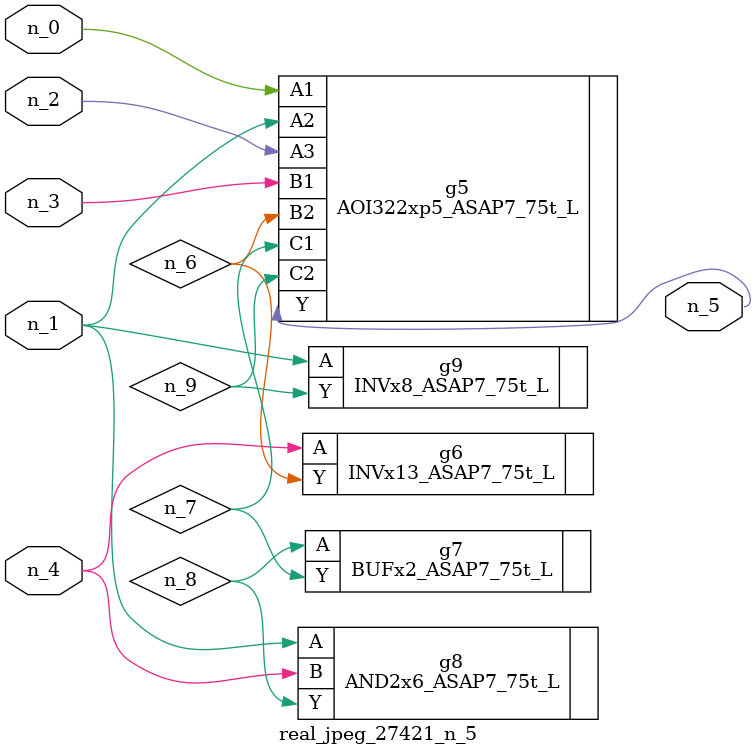
<source format=v>
module real_jpeg_27421_n_5 (n_4, n_0, n_1, n_2, n_3, n_5);

input n_4;
input n_0;
input n_1;
input n_2;
input n_3;

output n_5;

wire n_8;
wire n_6;
wire n_7;
wire n_9;

AOI322xp5_ASAP7_75t_L g5 ( 
.A1(n_0),
.A2(n_1),
.A3(n_2),
.B1(n_3),
.B2(n_6),
.C1(n_7),
.C2(n_9),
.Y(n_5)
);

AND2x6_ASAP7_75t_L g8 ( 
.A(n_1),
.B(n_4),
.Y(n_8)
);

INVx8_ASAP7_75t_L g9 ( 
.A(n_1),
.Y(n_9)
);

INVx13_ASAP7_75t_L g6 ( 
.A(n_4),
.Y(n_6)
);

BUFx2_ASAP7_75t_L g7 ( 
.A(n_8),
.Y(n_7)
);


endmodule
</source>
